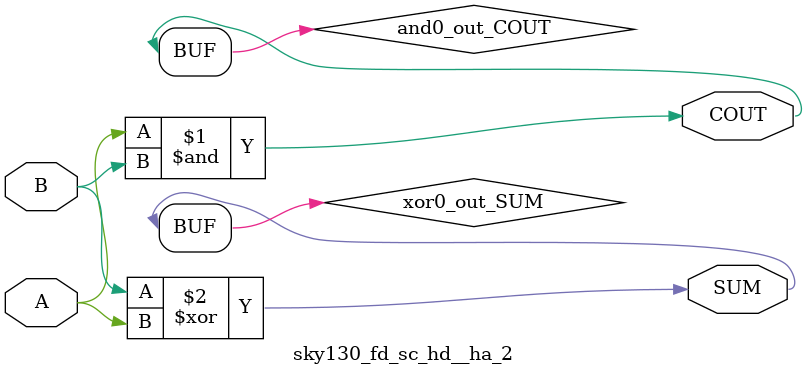
<source format=v>
/*
 * Copyright 2020 The SkyWater PDK Authors
 *
 * Licensed under the Apache License, Version 2.0 (the "License");
 * you may not use this file except in compliance with the License.
 * You may obtain a copy of the License at
 *
 *     https://www.apache.org/licenses/LICENSE-2.0
 *
 * Unless required by applicable law or agreed to in writing, software
 * distributed under the License is distributed on an "AS IS" BASIS,
 * WITHOUT WARRANTIES OR CONDITIONS OF ANY KIND, either express or implied.
 * See the License for the specific language governing permissions and
 * limitations under the License.
 *
 * SPDX-License-Identifier: Apache-2.0
*/


`ifndef SKY130_FD_SC_HD__HA_2_FUNCTIONAL_V
`define SKY130_FD_SC_HD__HA_2_FUNCTIONAL_V

/**
 * ha: Half adder.
 *
 * Verilog simulation functional model.
 */

`timescale 1ns / 1ps
`default_nettype none

`celldefine
module sky130_fd_sc_hd__ha_2 (
    COUT,
    SUM ,
    A   ,
    B
);

    // Module ports
    output COUT;
    output SUM ;
    input  A   ;
    input  B   ;

    // Local signals
    wire and0_out_COUT;
    wire xor0_out_SUM ;

    //  Name  Output         Other arguments
    and and0 (and0_out_COUT, A, B           );
    buf buf0 (COUT         , and0_out_COUT  );
    xor xor0 (xor0_out_SUM , B, A           );
    buf buf1 (SUM          , xor0_out_SUM   );

endmodule
`endcelldefine

`default_nettype wire
`endif  // SKY130_FD_SC_HD__HA_2_FUNCTIONAL_V

</source>
